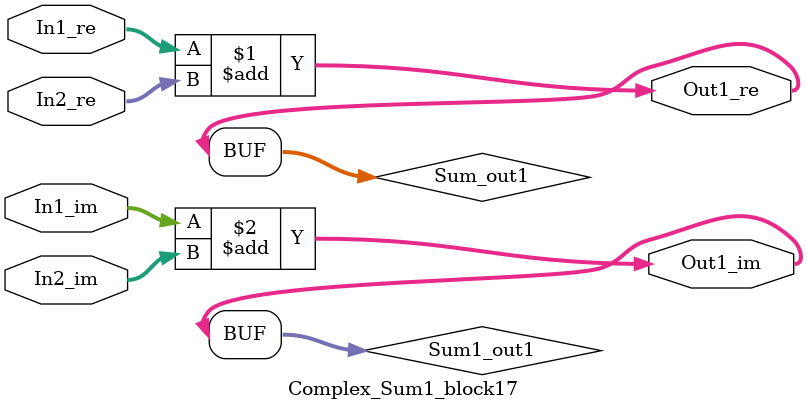
<source format=v>



`timescale 1 ns / 1 ns

module Complex_Sum1_block17
          (In1_re,
           In1_im,
           In2_re,
           In2_im,
           Out1_re,
           Out1_im);


  input   signed [36:0] In1_re;  // sfix37_En22
  input   signed [36:0] In1_im;  // sfix37_En22
  input   signed [36:0] In2_re;  // sfix37_En22
  input   signed [36:0] In2_im;  // sfix37_En22
  output  signed [36:0] Out1_re;  // sfix37_En22
  output  signed [36:0] Out1_im;  // sfix37_En22


  wire signed [36:0] Sum_out1;  // sfix37_En22
  wire signed [36:0] Sum1_out1;  // sfix37_En22


  assign Sum_out1 = In1_re + In2_re;



  assign Out1_re = Sum_out1;

  assign Sum1_out1 = In1_im + In2_im;



  assign Out1_im = Sum1_out1;

endmodule  // Complex_Sum1_block17


</source>
